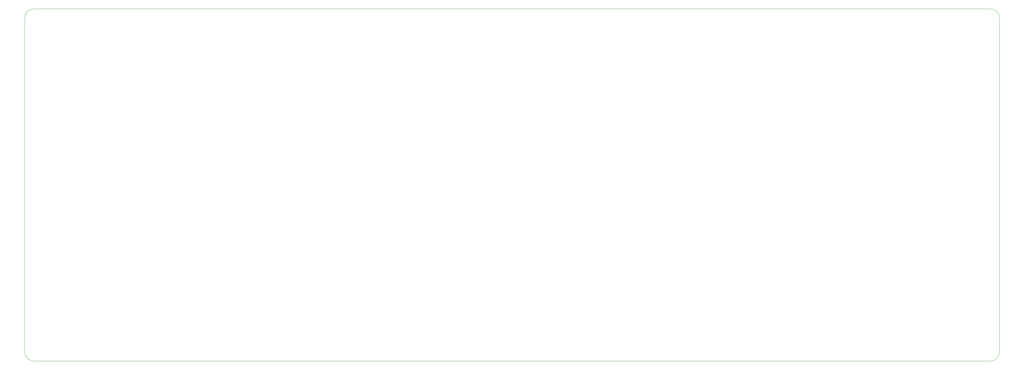
<source format=gbr>
%TF.GenerationSoftware,KiCad,Pcbnew,7.0.1*%
%TF.CreationDate,2023-03-26T22:58:25-07:00*%
%TF.ProjectId,40s-2040rmie,3430732d-3230-4343-9072-6d69652e6b69,rev?*%
%TF.SameCoordinates,Original*%
%TF.FileFunction,Profile,NP*%
%FSLAX46Y46*%
G04 Gerber Fmt 4.6, Leading zero omitted, Abs format (unit mm)*
G04 Created by KiCad (PCBNEW 7.0.1) date 2023-03-26 22:58:25*
%MOMM*%
%LPD*%
G01*
G04 APERTURE LIST*
%TA.AperFunction,Profile*%
%ADD10C,0.100000*%
%TD*%
G04 APERTURE END LIST*
D10*
X40475000Y-138745000D02*
G75*
G03*
X43475000Y-141745000I3000000J0D01*
G01*
X350037500Y-32712500D02*
X350037500Y-138745000D01*
X43475000Y-141745000D02*
X347037500Y-141745000D01*
X43475000Y-29712500D02*
G75*
G03*
X40475000Y-32712500I0J-3000000D01*
G01*
X40475000Y-138745000D02*
X40475000Y-32712500D01*
X347037500Y-141745000D02*
G75*
G03*
X350037500Y-138745000I0J3000000D01*
G01*
X43475000Y-29712500D02*
X347037500Y-29712500D01*
X350037500Y-32712500D02*
G75*
G03*
X347037500Y-29712500I-3000000J0D01*
G01*
M02*

</source>
